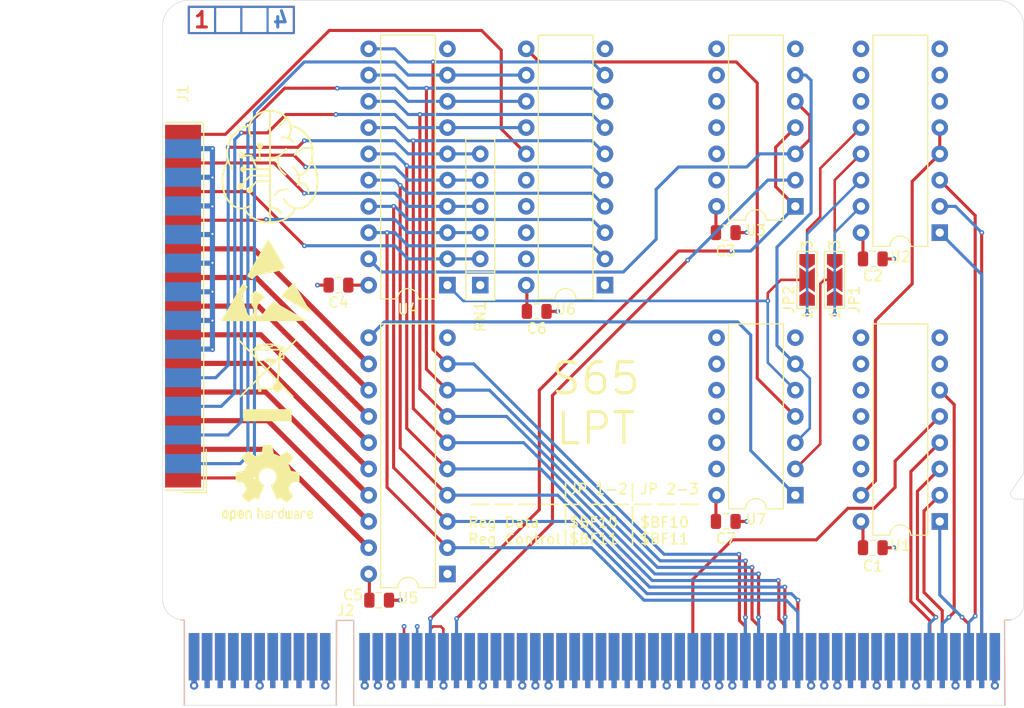
<source format=kicad_pcb>
(kicad_pcb (version 20240108) (generator "pcbnew") (generator_version "8.0")
  (layers (0 "F.Cu" signal) (1 "In1.Cu" power) (2 "In2.Cu" power) (31 "B.Cu" signal) (34 "B.Paste" user) (35 "F.Paste" user) (36 "B.SilkS" user "B.Silkscreen") (37 "F.SilkS" user "F.Silkscreen") (38 "B.Mask" user) (39 "F.Mask" user) (44 "Edge.Cuts" user))
  (net 0 "")
  (net 1 "+5V")
  (net 2 "GND")
  (net 5 "/D1")
  (net 13 "/D7")
  (net 14 "/R{slash}~{W}")
  (net 18 "/D6")
  (net 21 "+9V")
  (net 23 "/A3")
  (net 28 "/D4")
  (net 34 "/A2")
  (net 41 "/A6")
  (net 42 "/D2")
  (net 47 "/D0")
  (net 50 "/A0")
  (net 54 "/CLK")
  (net 55 "/D3")
  (net 58 "/D5")
  (net 59 "/~{IO}")
  (net 64 "/A7")
  (net 66 "/A1")
  (net 69 "/A4")
  (net 71 "/A5")
  (net 75 "/PD4")
  (net 76 "/PEMPTY")
  (net 77 "/PD7")
  (net 78 "/PD2")
  (net 79 "/PD3")
  (net 80 "/PD0")
  (net 81 "/~{SEL_OUT}")
  (net 82 "/BUSY")
  (net 83 "/~{RESET}")
  (net 84 "/~{ACK}")
  (net 85 "/~{FAULT}")
  (net 86 "/PD1")
  (net 87 "/~{STROBE}")
  (net 88 "/PD6")
  (net 89 "/SEL_IN")
  (net 90 "/PD5")
  (net 91 "/~{AUTOFD}")
  (net 92 "/~{RD}")
  (net 93 "/~{WR}")
  (net 95 "Net-(JP1-A)")
  (net 96 "/Port_16")
  (net 100 "Net-(JP1-B)")
  (net 101 "/~{Data}")
  (net 102 "/~{Control}")
  (net 103 "Net-(U5-Cp)")
  (net 104 "Net-(U6-Cp)")
  (net 172 "Net-(JP2-A)")
  (net 173 "Net-(JP2-B)")
  (footprint "Capacitor_SMD:C_0805_2012Metric" (layer "F.Cu") (at 166.624 109.22)
    (property "Reference" "C7")
    (property "Value" "100n")
  )
  (footprint "Capacitor_SMD:C_0805_2012Metric" (layer "F.Cu") (at 166.624 81.28)
    (property "Reference" "C3")
    (property "Value" "100n")
  )
  (footprint "Eigene:logo" (layer "F.Cu") (at 122.555 74.93)
    (property "Reference" "G***" (hide yes))
    (property "Value" "LOGO" (hide yes))
  )
  (footprint "Capacitor_SMD:C_0805_2012Metric" (layer "F.Cu") (at 129.159 86.36 180)
    (property "Reference" "C4")
    (property "Value" "100n")
  )
  (footprint "Package_DIP:DIP-20_W7.62mm" (layer "F.Cu") (at 154.94 86.36 180)
    (property "Reference" "U6")
    (property "Value" "74HCT574")
  )
  (footprint "Package_DIP:DIP-16_W7.62mm" (layer "F.Cu") (at 187.325 81.28 180)
    (property "Reference" "U2")
    (property "Value" "74HC138")
  )
  (footprint "Package_DIP:DIP-14_W7.62mm" (layer "F.Cu") (at 173.355 78.74 180)
    (property "Reference" "U3")
    (property "Value" "74HC00")
  )
  (footprint "Resistor_THT:R_Array_SIP6" (layer "F.Cu") (at 142.875 86.36 90)
    (property "Reference" "RN1")
    (property "Value" "10k")
  )
  (footprint "Capacitor_SMD:C_0805_2012Metric" (layer "F.Cu") (at 180.848 83.82)
    (property "Reference" "C2")
    (property "Value" "100n")
  )
  (footprint "Package_DIP:DIP-14_W7.62mm" (layer "F.Cu") (at 173.355 106.68 180)
    (property "Reference" "U7")
    (property "Value" "74HC02")
  )
  (footprint "Symbol:ESD-Logo_8.9x8mm_SilkScreen" (layer "F.Cu") (at 122.174 85.852)
    (property "Reference" "REF**" (hide yes))
    (property "Value" "ESD-Logo_8.9x8mm_SilkScreen" (hide yes))
  )
  (footprint "Package_DIP:DIP-20_W7.62mm" (layer "F.Cu") (at 139.7 86.36 180)
    (property "Reference" "U4")
    (property "Value" "74AHC541")
  )
  (footprint "Capacitor_SMD:C_0805_2012Metric" (layer "F.Cu") (at 148.336 88.9)
    (property "Reference" "C6")
    (property "Value" "100n")
  )
  (footprint "Capacitor_SMD:C_0805_2012Metric" (layer "F.Cu") (at 180.848 111.76)
    (property "Reference" "C1")
    (property "Value" "100n")
  )
  (footprint "Jumper:SolderJumper-3_P2.0mm_Open_TrianglePad1.0x1.5mm_NumberLabels" (layer "F.Cu") (at 177.165 85.852 90)
    (property "Reference" "JP1")
    (property "Value" "Data")
  )
  (footprint "Symbol:OSHW-Logo2_9.8x8mm_SilkScreen" (layer "F.Cu") (at 122.301 105.537)
    (property "Reference" "REF**" (hide yes))
    (property "Value" "OSHW-Logo2_9.8x8mm_SilkScreen" (hide yes))
  )
  (footprint "Package_DIP:DIP-20_W7.62mm" (layer "F.Cu") (at 139.7 114.3 180)
    (property "Reference" "U5")
    (property "Value" "74HCT574")
  )
  (footprint "Connector_Dsub:DSUB-25_Female_EdgeMount_P2.77mm" (layer "F.Cu") (at 114.1235 88.392 -90)
    (property "Reference" "J1")
    (property "Value" "DB25_Receptacle")
  )
  (footprint "Capacitor_SMD:C_0805_2012Metric" (layer "F.Cu") (at 133.096 116.84)
    (property "Reference" "C5")
    (property "Value" "100n")
  )
  (footprint "Package_DIP:DIP-16_W7.62mm" (layer "F.Cu") (at 187.325 109.22 180)
    (property "Reference" "U1")
    (property "Value" "74HC138")
  )
  (footprint "Eigene:ladder_4" (layer "F.Cu") (at 119.761 60.706)
    (property "Reference" "Ref**" (hide yes))
    (property "Value" "Val**" (hide yes))
  )
  (footprint "Jumper:SolderJumper-3_P2.0mm_Open_TrianglePad1.0x1.5mm_NumberLabels" (layer "F.Cu") (at 174.498 85.852 90)
    (property "Reference" "JP2")
    (property "Value" "Control")
  )
  (footprint "Symbol:WEEE-Logo_5.6x8mm_SilkScreen" (layer "F.Cu") (at 122.301 95.504)
    (property "Reference" "REF**" (hide yes))
    (property "Value" "WEEE-Logo_5.6x8mm_SilkScreen" (hide yes))
  )
  (footprint "Connector_PCBEdge:BUS_PCI" (layer "B.Cu") (at 153.919 123.631 180)
    (property "Reference" "J2")
    (property "Value" "Bus_PCI_6502")
  )
  (gr_line (start 163.957 107.569) (end 141.732 107.569) (stroke (width 0.15) (type dash)) (layer "F.SilkS"))
  (gr_line (start 151.13 105.537) (end 151.13 111.506) (stroke (width 0.15) (type dash)) (layer "F.SilkS"))
  (gr_line (start 157.607 105.537) (end 157.607 111.506) (stroke (width 0.15) (type dash)) (layer "F.SilkS"))
  (gr_line (start 195.453 104.521) (end 195.453 61.341) (stroke (width 0.05)) (layer "Edge.Cuts"))
  (gr_line (start 193.548 127) (end 193.548 118.745) (stroke (width 0.05)) (layer "Edge.Cuts"))
  (gr_arc (start 192.913 58.801) (mid 194.709051 59.544949) (end 195.453 61.341) (stroke (width 0.05)) (layer "Edge.Cuts"))
  (gr_line (start 128.905 127) (end 128.905 118.745) (stroke (width 0.05)) (layer "Edge.Cuts"))
  (gr_arc (start 194.691 107.061) (mid 194.258869 106.820071) (end 194.236631 106.325815) (stroke (width 0.05)) (layer "Edge.Cuts"))
  (gr_line (start 195.453 104.521) (end 194.236631 106.325815) (stroke (width 0.05)) (layer "Edge.Cuts"))
  (gr_line (start 130.683 127) (end 193.548 127) (stroke (width 0.05)) (layer "Edge.Cuts"))
  (gr_line (start 114.173 118.745) (end 114.3 118.745) (stroke (width 0.05)) (layer "Edge.Cuts"))
  (gr_arc (start 112.141 61.341) (mid 112.884949 59.544949) (end 114.681 58.801) (stroke (width 0.05)) (layer "Edge.Cuts"))
  (gr_line (start 195.453 107.061) (end 195.453 117.221) (stroke (width 0.05)) (layer "Edge.Cuts"))
  (gr_line (start 194.691 107.061) (end 195.453 107.061) (stroke (width 0.05)) (layer "Edge.Cuts"))
  (gr_line (start 114.681 58.801) (end 192.913 58.801) (stroke (width 0.05)) (layer "Edge.Cuts"))
  (gr_line (start 114.3 127) (end 128.905 127) (stroke (width 0.05)) (layer "Edge.Cuts"))
  (gr_arc (start 114.173 118.745) (mid 112.736159 118.149841) (end 112.141 116.713) (stroke (width 0.05)) (layer "Edge.Cuts"))
  (gr_arc (start 195.453 117.221) (mid 195.006631 118.298631) (end 193.929 118.745) (stroke (width 0.05)) (layer "Edge.Cuts"))
  (gr_line (start 114.3 118.745) (end 114.3 127) (stroke (width 0.05)) (layer "Edge.Cuts"))
  (gr_line (start 130.683 118.745) (end 130.683 127) (stroke (width 0.05)) (layer "Edge.Cuts"))
  (gr_line (start 128.905 118.745) (end 130.683 118.745) (stroke (width 0.05)) (layer "Edge.Cuts"))
  (gr_line (start 112.141 104.521) (end 112.141 61.341) (stroke (width 0.05)) (layer "Edge.Cuts"))
  (gr_line (start 112.141 116.713) (end 112.141 104.521) (stroke (width 0.05)) (layer "Edge.Cuts"))
  (gr_line (start 193.548 118.745) (end 193.929 118.745) (stroke (width 0.05)) (layer "Edge.Cuts"))
  (gr_text "S65\nLPT" (at 154.051 101.981 0) (layer "F.SilkS") (effects (font (size 3 3) (thickness 0.3)) (justify bottom)))
  (gr_text "JP 2-3\n\n$BF10\n$BF11" (at 158.242 111.506 0) (layer "F.SilkS") (effects (font (size 1 1)) (justify left bottom)))
  (gr_text "JP 1-2\n\n$BF10\n$BF11" (at 151.384 111.506 0) (layer "F.SilkS") (effects (font (size 1 1)) (justify left bottom)))
  (gr_text "Reg Data\nReg Control" (at 141.605 111.506 0) (layer "F.SilkS") (effects (font (size 1 1)) (justify left bottom)))
  (segment (start 179.898 111.76) (end 179.898 109.413) (width 0.3) (layer "F.Cu") (net 1))
  (segment (start 147.386 86.426) (end 147.32 86.36) (width 0.3) (layer "F.Cu") (net 1))
  (segment (start 132.146 116.84) (end 132.146 114.366) (width 0.3) (layer "F.Cu") (net 1))
  (segment (start 165.674 81.28) (end 165.674 78.801) (width 0.3) (layer "F.Cu") (net 1))
  (segment (start 165.674 78.801) (end 165.735 78.74) (width 0.3) (layer "F.Cu") (net 1))
  (segment (start 132.146 114.366) (end 132.08 114.3) (width 0.3) (layer "F.Cu") (net 1))
  (segment (start 130.109 86.36) (end 132.08 86.36) (width 0.3) (layer "F.Cu") (net 1))
  (segment (start 179.898 81.473) (end 179.705 81.28) (width 0.3) (layer "F.Cu") (net 1))
  (segment (start 132.146 86.426) (end 132.08 86.36) (width 0.3) (layer "F.Cu") (net 1))
  (segment (start 179.898 83.82) (end 179.898 81.473) (width 0.3) (layer "F.Cu") (net 1))
  (segment (start 179.898 109.413) (end 179.705 109.22) (width 0.3) (layer "F.Cu") (net 1))
  (segment (start 165.674 106.741) (end 165.735 106.68) (width 0.3) (layer "F.Cu") (net 1))
  (segment (start 165.674 109.22) (end 165.674 106.741) (width 0.3) (layer "F.Cu") (net 1))
  (segment (start 147.386 88.9) (end 147.386 86.426) (width 0.3) (layer "F.Cu") (net 1))
  (via (at 165.989 125.095) (size 0.8) (drill 0.4) (layers "F.Cu" "B.Cu") (net 1))
  (via (at 148.209 125.095) (size 0.8) (drill 0.4) (layers "F.Cu" "B.Cu") (net 1))
  (via (at 176.149 125.095) (size 0.8) (drill 0.4) (layers "F.Cu" "B.Cu") (net 1))
  (via (at 134.239 125.095) (size 0.8) (drill 0.4) (layers "F.Cu" "B.Cu") (net 1))
  (segment (start 135.499 119.39) (end 135.509 119.38) (width 0.25) (layer "F.Cu") (net 2))
  (segment (start 128.209 86.36) (end 127.127 86.36) (width 0.3) (layer "F.Cu") (net 2))
  (segment (start 149.286 88.9) (end 150.368 88.9) (width 0.3) (layer "F.Cu") (net 2))
  (segment (start 139.065 119.38) (end 139.309 119.624) (width 0.25) (layer "F.Cu") (net 2))
  (segment (start 135.499 122.301) (end 135.499 119.39) (width 0.25) (layer "F.Cu") (net 2))
  (segment (start 139.309 119.624) (end 139.309 122.301) (width 0.25) (layer "F.Cu") (net 2))
  (segment (start 167.574 81.28) (end 168.656 81.28) (width 0.3) (layer "F.Cu") (net 2))
  (segment (start 134.046 116.84) (end 135.128 116.84) (width 0.3) (layer "F.Cu") (net 2))
  (segment (start 138.039 122.301) (end 138.039 119.644) (width 0.25) (layer "F.Cu") (net 2))
  (segment (start 167.574 109.22) (end 168.656 109.22) (width 0.3) (layer "F.Cu") (net 2))
  (segment (start 181.798 111.76) (end 182.88 111.76) (width 0.3) (layer "F.Cu") (net 2))
  (segment (start 138.303 119.38) (end 139.065 119.38) (width 0.25) (layer "F.Cu") (net 2))
  (segment (start 138.039 119.644) (end 138.303 119.38) (width 0.25) (layer "F.Cu") (net 2))
  (segment (start 181.798 83.82) (end 182.88 83.82) (width 0.3) (layer "F.Cu") (net 2))
  (via (at 116.967 89.789) (size 0.46) (drill 0.2) (layers "F.Cu" "B.Cu") (net 2))
  (via (at 149.479 125.095) (size 0.8) (drill 0.4) (layers "F.Cu" "B.Cu") (net 2))
  (via (at 192.659 125.095) (size 0.8) (drill 0.4) (layers "F.Cu" "B.Cu") (net 2))
  (via (at 168.656 81.28) (size 0.46) (drill 0.2) (layers "F.Cu" "B.Cu") (net 2))
  (via (at 121.539 125.095) (size 0.8) (drill 0.4) (layers "F.Cu" "B.Cu") (net 2))
  (via (at 136.779 119.38) (size 0.46) (drill 0.2) (layers "F.Cu" "B.Cu") (net 2))
  (via (at 182.88 83.82) (size 0.46) (drill 0.2) (layers "F.Cu" "B.Cu") (net 2))
  (via (at 168.656 109.22) (size 0.46) (drill 0.2) (layers "F.Cu" "B.Cu") (net 2))
  (via (at 143.129 125.095) (size 0.8) (drill 0.4) (layers "F.Cu" "B.Cu") (net 2))
  (via (at 164.719 125.095) (size 0.8) (drill 0.4) (layers "F.Cu" "B.Cu") (net 2))
  (via (at 167.259 125.095) (size 0.8) (drill 0.4) (layers "F.Cu" "B.Cu") (net 2))
  (via (at 150.368 88.9) (size 0.46) (drill 0.2) (layers "F.Cu" "B.Cu") (net 2))
  (via (at 132.969 125.095) (size 0.8) (drill 0.4) (layers "F.Cu" "B.Cu") (net 2))
  (via (at 127.889 125.095) (size 0.8) (drill 0.4) (layers "F.Cu" "B.Cu") (net 2))
  (via (at 116.967 81.407) (size 0.46) (drill 0.2) (layers "F.Cu" "B.Cu") (net 2))
  (via (at 171.069 125.095) (size 0.8) (drill 0.4) (layers "F.Cu" "B.Cu") (net 2))
  (via (at 116.967 78.74) (size 0.46) (drill 0.2) (layers "F.Cu" "B.Cu") (net 2))
  (via (at 177.419 125.095) (size 0.8) (drill 0.4) (layers "F.Cu" "B.Cu") (net 2))
  (via (at 115.189 125.095) (size 0.8) (drill 0.4) (layers "F.Cu" "B.Cu") (net 2))
  (via (at 181.229 125.095) (size 0.8) (drill 0.4) (layers "F.Cu" "B.Cu") (net 2))
  (via (at 116.967 86.995) (size 0.46) (drill 0.2) (layers "F.Cu" "B.Cu") (net 2))
  (via (at 135.128 116.84) (size 0.46) (drill 0.2) (layers "F.Cu" "B.Cu") (net 2))
  (via (at 188.849 125.095) (size 0.8) (drill 0.4) (layers "F.Cu" "B.Cu") (net 2))
  (via (at 185.039 125.095) (size 0.8) (drill 0.4) (layers "F.Cu" "B.Cu") (net 2))
  (via (at 116.967 84.201) (size 0.46) (drill 0.2) (layers "F.Cu" "B.Cu") (net 2))
  (via (at 146.939 125.095) (size 0.8) (drill 0.4) (layers "F.Cu" "B.Cu") (net 2))
  (via (at 182.88 111.76) (size 0.46) (drill 0.2) (layers "F.Cu" "B.Cu") (net 2))
  (via (at 116.967 75.946) (size 0.46) (drill 0.2) (layers "F.Cu" "B.Cu") (net 2))
  (via (at 135.509 119.38) (size 0.46) (drill 0.2) (layers "F.Cu" "B.Cu") (net 2))
  (via (at 139.319 125.095) (size 0.8) (drill 0.4) (layers "F.Cu" "B.Cu") (net 2))
  (via (at 116.967 92.583) (size 0.46) (drill 0.2) (layers "F.Cu" "B.Cu") (net 2))
  (via (at 174.879 125.095) (size 0.8) (drill 0.4) (layers "F.Cu" "B.Cu") (net 2))
  (via (at 127.127 86.36) (size 0.46) (drill 0.2) (layers "F.Cu" "B.Cu") (net 2))
  (via (at 116.967 73.152) (size 0.46) (drill 0.2) (layers "F.Cu" "B.Cu") (net 2))
  (via (at 160.909 125.095) (size 0.8) (drill 0.4) (layers "F.Cu" "B.Cu") (net 2))
  (segment (start 116.931 84.237) (end 116.967 84.201) (width 0.5) (layer "B.Cu") (net 2))
  (segment (start 116.967 89.916) (end 116.967 92.583) (width 0.5) (layer "B.Cu") (net 2))
  (segment (start 116.967 81.407) (end 116.967 81.534) (width 0.5) (layer "B.Cu") (net 2))
  (segment (start 116.967 73.152) (end 116.967 75.819) (width 0.5) (layer "B.Cu") (net 2))
  (segment (start 116.967 92.583) (end 116.931 92.547) (width 0.5) (layer "B.Cu") (net 2))
  (segment (start 116.967 86.995) (end 116.967 87.122) (width 0.5) (layer "B.Cu") (net 2))
  (segment (start 116.9 81.467) (end 116.967 81.534) (width 0.5) (layer "B.Cu") (net 2))
  (segment (start 116.967 75.946) (end 116.967 78.74) (width 0.5) (layer "B.Cu") (net 2))
  (segment (start 116.924 78.697) (end 116.967 78.74) (width 0.5) (layer "B.Cu") (net 2))
  (segment (start 116.962 73.157) (end 116.967 73.152) (width 0.5) (layer "B.Cu") (net 2))
  (segment (start 136.769 122.301) (end 136.769 119.39) (width 0.25) (layer "B.Cu") (net 2))
  (segment (start 136.769 119.39) (end 136.779 119.38) (width 0.25) (layer "B.Cu") (net 2))
  (segment (start 116.967 81.534) (end 116.967 84.201) (width 0.5) (layer "B.Cu") (net 2))
  (segment (start 116.859 75.927) (end 116.967 75.819) (width 0.5) (layer "B.Cu") (net 2))
  (segment (start 116.967 75.819) (end 116.967 75.946) (width 0.5) (layer "B.Cu") (net 2))
  (segment (start 116.967 87.122) (end 116.967 89.789) (width 0.5) (layer "B.Cu") (net 2))
  (segment (start 114.1235 75.927) (end 116.859 75.927) (width 0.5) (layer "B.Cu") (net 2))
  (segment (start 116.967 84.201) (end 116.967 86.995) (width 0.5) (layer "B.Cu") (net 2))
  (segment (start 116.967 89.789) (end 116.967 89.916) (width 0.5) (layer "B.Cu") (net 2))
  (segment (start 116.852 87.007) (end 116.967 87.122) (width 0.5) (layer "B.Cu") (net 2))
  (segment (start 116.828 89.777) (end 116.967 89.916) (width 0.5) (layer "B.Cu") (net 2))
  (segment (start 116.931 92.547) (end 114.1235 92.547) (width 0.5) (layer "B.Cu") (net 2))
  (segment (start 114.1235 78.697) (end 116.924 78.697) (width 0.5) (layer "B.Cu") (net 2))
  (segment (start 114.1235 87.007) (end 116.852 87.007) (width 0.5) (layer "B.Cu") (net 2))
  (segment (start 114.1235 84.237) (end 116.931 84.237) (width 0.5) (layer "B.Cu") (net 2))
  (segment (start 114.1235 81.467) (end 116.9 81.467) (width 0.5) (layer "B.Cu") (net 2))
  (segment (start 114.1235 73.157) (end 116.962 73.157) (width 0.5) (layer "B.Cu") (net 2))
  (segment (start 116.967 78.74) (end 116.967 81.407) (width 0.5) (layer "B.Cu") (net 2))
  (segment (start 114.1235 89.777) (end 116.828 89.777) (width 0.5) (layer "B.Cu") (net 2))
  (segment (start 139.7 109.22) (end 134.493 104.013) (width 0.3) (layer "F.Cu") (net 5))
  (segment (start 173.599 116.85) (end 173.599 122.301) (width 0.3) (layer "F.Cu") (net 5))
  (segment (start 173.609 116.84) (end 173.599 116.85) (width 0.3) (layer "F.Cu") (net 5))
  (segment (start 134.493 104.013) (end 134.493 78.74) (width 0.3) (layer "F.Cu") (net 5))
  (via (at 134.493 78.74) (size 0.46) (drill 0.2) (layers "F.Cu" "B.Cu") (net 5))
  (via (at 173.609 116.84) (size 0.46) (drill 0.2) (layers "F.Cu" "B.Cu") (net 5))
  (segment (start 172.974 116.205) (end 173.609 116.84) (width 0.3) (layer "B.Cu") (net 5))
  (segment (start 134.62 78.74) (end 135.89 80.01) (width 0.3) (layer "B.Cu") (net 5))
  (segment (start 152.019 109.22) (end 159.004 116.205) (width 0.3) (layer "B.Cu") (net 5))
  (segment (start 139.7 109.22) (end 152.019 109.22) (width 0.3) (layer "B.Cu") (net 5))
  (segment (start 153.67 80.01) (end 154.94 81.28) (width 0.3) (layer "B.Cu") (net 5))
  (segment (start 159.004 116.205) (end 172.974 116.205) (width 0.3) (layer "B.Cu") (net 5))
  (segment (start 135.89 80.01) (end 153.67 80.01) (width 0.3) (layer "B.Cu") (net 5))
  (segment (start 132.08 78.74) (end 134.493 78.74) (width 0.3) (layer "B.Cu") (net 5))
  (segment (start 134.493 78.74) (end 134.62 78.74) (width 0.3) (layer "B.Cu") (net 5))
  (segment (start 138.303 92.583) (end 138.303 64.77) (width 0.3) (layer "F.Cu") (net 13))
  (segment (start 139.7 93.98) (end 138.303 92.583) (width 0.3) (layer "F.Cu") (net 13))
  (segment (start 168.519 119.37) (end 168.519 122.301) (width 0.3) (layer "F.Cu") (net 13))
  (segment (start 167.949 112.45) (end 167.949 118.8) (width 0.3) (layer "F.Cu") (net 13))
  (segment (start 167.949 118.8) (end 168.519 119.37) (width 0.3) (layer "F.Cu") (net 13))
  (segment (start 167.894 112.395) (end 167.949 112.45) (width 0.3) (layer "F.Cu") (net 13))
  (via (at 167.894 112.395) (size 0.46) (drill 0.2) (layers "F.Cu" "B.Cu") (net 13))
  (via (at 138.303 64.77) (size 0.46) (drill 0.2) (layers "F.Cu" "B.Cu") (net 13))
  (segment (start 160.655 112.395) (end 142.24 93.98) (width 0.3) (layer "B.Cu") (net 13))
  (segment (start 135.89 64.77) (end 138.303 64.77) (width 0.3) (layer "B.Cu") (net 13))
  (segment (start 167.894 112.395) (end 160.655 112.395) (width 0.3) (layer "B.Cu") (net 13))
  (segment (start 134.62 63.5) (end 135.89 64.77) (width 0.3) (layer "B.Cu") (net 13))
  (segment (start 132.08 63.5) (end 134.62 63.5) (width 0.3) (layer "B.Cu") (net 13))
  (segment (start 138.303 64.77) (end 153.67 64.77) (width 0.3) (layer "B.Cu") (net 13))
  (segment (start 153.67 64.77) (end 154.94 66.04) (width 0.3) (layer "B.Cu") (net 13))
  (segment (start 142.24 93.98) (end 139.7 93.98) (width 0.3) (layer "B.Cu") (net 13))
  (segment (start 149.86 109.347) (end 149.86 97.028) (width 0.3) (layer "F.Cu") (net 14))
  (segment (start 140.589 118.618) (end 149.86 109.347) (width 0.3) (layer "F.Cu") (net 14))
  (segment (start 149.86 97.028) (end 162.941 83.947) (width 0.3) (layer "F.Cu") (net 14))
  (via (at 162.941 83.947) (size 0.46) (drill 0.2) (layers "F.Cu" "B.Cu") (net 14))
  (via (at 140.589 118.618) (size 0.46) (drill 0.2) (layers "F.Cu" "B.Cu") (net 14))
  (segment (start 170.688 76.2) (end 173.355 76.2) (width 0.3) (layer "B.Cu") (net 14))
  (segment (start 140.579 118.628) (end 140.589 118.618) (width 0.3) (layer "B.Cu") (net 14))
  (segment (start 162.941 83.947) (end 170.688 76.2) (width 0.3) (layer "B.Cu") (net 14))
  (segment (start 140.579 122.301) (end 140.579 118.628) (width 0.3) (layer "B.Cu") (net 14))
  (segment (start 139.7 96.52) (end 137.668 94.488) (width 0.3) (layer "F.Cu") (net 18))
  (segment (start 168.529 113.03) (end 168.529 118.491) (width 0.3) (layer "F.Cu") (net 18))
  (segment (start 137.668 94.488) (end 137.668 67.31) (width 0.3) (layer "F.Cu") (net 18))
  (via (at 137.668 67.31) (size 0.46) (drill 0.2) (layers "F.Cu" "B.Cu") (net 18))
  (via (at 168.529 113.03) (size 0.46) (drill 0.2) (layers "F.Cu" "B.Cu") (net 18))
  (via (at 168.529 118.491) (size 0.46) (drill 0.2) (layers "F.Cu" "B.Cu") (net 18))
  (segment (start 168.529 118.491) (end 168.519 118.501) (width 0.3) (layer "B.Cu") (net 18))
  (segment (start 132.08 66.04) (end 134.62 66.04) (width 0.3) (layer "B.Cu") (net 18))
  (segment (start 134.62 66.04) (end 135.89 67.31) (width 0.3) (layer "B.Cu") (net 18))
  (segment (start 153.67 67.31) (end 154.94 68.58) (width 0.3) (layer "B.Cu") (net 18))
  (segment (start 168.519 118.501) (end 168.519 122.301) (width 0.3) (layer "B.Cu") (net 18))
  (segment (start 143.764 96.52) (end 149.098 101.854) (width 0.3) (layer "B.Cu") (net 18))
  (segment (start 139.7 96.52) (end 143.764 96.52) (width 0.3) (layer "B.Cu") (net 18))
  (segment (start 160.274 113.03) (end 168.529 113.03) (width 0.3) (layer "B.Cu") (net 18))
  (segment (start 149.098 101.854) (end 160.274 113.03) (width 0.3) (layer "B.Cu") (net 18))
  (segment (start 137.668 67.31) (end 153.67 67.31) (width 0.3) (layer "B.Cu") (net 18))
  (segment (start 135.89 67.31) (end 137.668 67.31) (width 0.3) (layer "B.Cu") (net 18))
  (via (at 131.699 125.095) (size 0.8) (drill 0.4) (layers "F.Cu" "B.Cu") (net 21))
  (segment (start 190.119 119.126) (end 189.484 118.491) (width 0.3) (layer "F.Cu") (net 23))
  (segment (start 190.119 122.301) (end 190.119 119.126) (width 0.3) (layer "F.Cu") (net 23))
  (via (at 189.484 118.491) (size 0.46) (drill 0.2) (layers "F.Cu" "B.Cu") (net 23))
  (segment (start 189.484 118.491) (end 187.325 116.332) (width 0.3) (layer "B.Cu") (net 23))
  (segment (start 187.325 116.332) (end 187.325 109.22) (width 0.3) (layer "B.Cu") (net 23))
  (segment (start 139.7 101.6) (end 136.398 98.298) (width 0.3) (layer "F.Cu") (net 28))
  (segment (start 136.398 98.298) (end 136.398 72.39) (width 0.3) (layer "F.Cu") (net 28))
  (segment (start 169.799 114.3) (end 169.799 118.491) (width 0.3) (layer "F.Cu") (net 28))
  (via (at 169.799 118.491) (size 0.46) (drill 0.2) (layers "F.Cu" "B.Cu") (net 28))
  (via (at 169.799 114.3) (size 0.46) (drill 0.2) (layers "F.Cu" "B.Cu") (net 28))
  (via (at 136.398 72.39) (size 0.46) (drill 0.2) (layers "F.Cu" "B.Cu") (net 28))
  (segment (start 132.08 71.12) (end 134.62 71.12) (width 0.3) (layer "B.Cu") (net 28))
  (segment (start 159.766 114.3) (end 169.799 114.3) (width 0.3) (layer "B.Cu") (net 28))
  (segment (start 147.066 101.6) (end 151.892 106.426) (width 0.3) (layer "B.Cu") (net 28))
  (segment (start 136.398 72.39) (end 153.67 72.39) (width 0.3) (layer "B.Cu") (net 28))
  (segment (start 135.89 72.39) (end 136.398 72.39) (width 0.3) (layer "B.Cu") (net 28))
  (segment (start 139.7 101.6) (end 147.066 101.6) (width 0.3) (layer "B.Cu") (net 28))
  (segment (start 151.892 106.426) (end 159.766 114.3) (width 0.3) (layer "B.Cu") (net 28))
  (segment (start 169.799 118.491) (end 169.799 122.301) (width 0.3) (layer "B.Cu") (net 28))
  (segment (start 134.62 71.12) (end 135.89 72.39) (width 0.3) (layer "B.Cu") (net 28))
  (segment (start 153.67 72.39) (end 154.94 73.66) (width 0.3) (layer "B.Cu") (net 28))
  (segment (start 190.754 118.364) (end 190.754 79.629) (width 0.3) (layer "F.Cu") (net 34))
  (segment (start 190.754 79.629) (end 187.325 76.2) (width 0.3) (layer "F.Cu") (net 34))
  (via (at 190.754 118.364) (size 0.46) (drill 0.2) (layers "F.Cu" "B.Cu") (net 34))
  (segment (start 190.119 122.301) (end 190.119 118.999) (width 0.3) (layer "B.Cu") (net 34))
  (segment (start 190.119 118.999) (end 190.754 118.364) (width 0.3) (layer "B.Cu") (net 34))
  (segment (start 186.944 118.491) (end 185.166 116.713) (width 0.3) (layer "F.Cu") (net 41))
  (segment (start 185.166 116.713) (end 185.166 106.299) (width 0.3) (layer "F.Cu") (net 41))
  (segment (start 185.166 106.299) (end 187.325 104.14) (width 0.3) (layer "F.Cu") (net 41))
  (via (at 186.944 118.491) (size 0.46) (drill 0.2) (layers "F.Cu" "B.Cu") (net 41))
  (segment (start 186.299 119.136) (end 186.944 118.491) (width 0.3) (layer "B.Cu") (net 41))
  (segment (start 186.299 122.301) (end 186.299 119.136) (width 0.3) (layer "B.Cu") (net 41))
  (segment (start 172.368122 118.461878) (end 172.339 118.432756) (width 0.3) (layer "F.Cu") (net 42))
  (segment (start 139.7 106.68) (end 135.128 102.108) (width 0.3) (layer "F.Cu") (net 42))
  (segment (start 135.128 102.108) (end 135.128 76.708) (width 0.3) (layer "F.Cu") (net 42))
  (segment (start 172.339 118.432756) (end 172.339 115.57) (width 0.3) (layer "F.Cu") (net 42))
  (via (at 172.339 115.57) (size 0.46) (drill 0.2) (layers "F.Cu" "B.Cu") (net 42))
  (via (at 135.128 76.708) (size 0.46) (drill 0.2) (layers "F.Cu" "B.Cu") (net 42))
  (via (at 172.368122 118.461878) (size 0.46) (drill 0.2) (layers "F.Cu" "B.Cu") (net 42))
  (segment (start 172.329 118.501) (end 172.329 122.301) (width 0.3) (layer "B.Cu") (net 42))
  (segment (start 135.89 77.47) (end 153.67 77.47) (width 0.3) (layer "B.Cu") (net 42))
  (segment (start 135.128 76.708) (end 135.89 77.47) (width 0.3) (layer "B.Cu") (net 42))
  (segment (start 132.08 76.2) (end 134.62 76.2) (width 0.3) (layer "B.Cu") (net 42))
  (segment (start 134.62 76.2) (end 135.128 76.708) (width 0.3) (layer "B.Cu") (net 42))
  (segment (start 159.258 115.57) (end 172.339 115.57) (width 0.3) (layer "B.Cu") (net 42))
  (segment (start 153.67 77.47) (end 154.94 78.74) (width 0.3) (layer "B.Cu") (net 42))
  (segment (start 150.368 106.68) (end 159.258 115.57) (width 0.3) (layer "B.Cu") (net 42))
  (segment (start 172.368122 118.461878) (end 172.329 118.501) (width 0.3) (layer "B.Cu") (net 42))
  (segment (start 139.7 106.68) (end 150.368 106.68) (width 0.3) (layer "B.Cu") (net 42))
  (segment (start 139.7 111.76) (end 133.858 105.918) (width 0.3) (layer "F.Cu") (net 47))
  (segment (start 133.858 105.918) (end 133.858 81.28) (width 0.3) (layer "F.Cu") (net 47))
  (via (at 133.858 81.28) (size 0.46) (drill 0.2) (layers "F.Cu" "B.Cu") (net 47))
  (segment (start 153.67 82.55) (end 154.94 83.82) (width 0.3) (layer "B.Cu") (net 47))
  (segment (start 158.71825 116.84) (end 172.466 116.84) (width 0.3) (layer "B.Cu") (net 47))
  (segment (start 172.466 116.84) (end 173.599 117.973) (width 0.3) (layer "B.Cu") (net 47))
  (segment (start 134.62 81.28) (end 135.89 82.55) (width 0.3) (layer "B.Cu") (net 47))
  (segment (start 153.63825 111.76) (end 158.71825 116.84) (width 0.3) (layer "B.Cu") (net 47))
  (segment (start 173.599 117.973) (end 173.599 122.301) (width 0.3) (layer "B.Cu") (net 47))
  (segment (start 135.89 82.55) (end 153.67 82.55) (width 0.3) (layer "B.Cu") (net 47))
  (segment (start 132.08 81.28) (end 133.858 81.28) (width 0.3) (layer "B.Cu") (net 47))
  (segment (start 139.7 111.76) (end 153.63825 111.76) (width 0.3) (layer "B.Cu") (net 47))
  (segment (start 133.858 81.28) (end 134.62 81.28) (width 0.3) (layer "B.Cu") (net 47))
  (segment (start 191.379 85.334) (end 187.325 81.28) (width 0.3) (layer "B.Cu") (net 50))
  (segment (start 191.379 122.301) (end 191.379 85.334) (width 0.3) (layer "B.Cu") (net 50))
  (segment (start 162.052 83.058) (end 167.132 83.058) (width 0.3) (layer "F.Cu") (net 54))
  (segment (start 138.049 118.618) (end 148.59 108.077) (width 0.3) (layer "F.Cu") (net 54))
  (segment (start 148.59 96.52) (end 162.052 83.058) (width 0.3) (layer "F.Cu") (net 54))
  (segment (start 171.45 73.025) (end 173.355 71.12) (width 0.3) (layer "F.Cu") (net 54))
  (segment (start 171.45 76.835) (end 171.45 73.025) (width 0.3) (layer "F.Cu") (net 54))
  (segment (start 148.59 108.077) (end 148.59 96.52) (width 0.3) (layer "F.Cu") (net 54))
  (segment (start 173.355 78.74) (end 171.45 76.835) (width 0.3) (layer "F.Cu") (net 54))
  (via (at 138.049 118.618) (size 0.46) (drill 0.2) (layers "F.Cu" "B.Cu") (net 54))
  (via (at 167.132 83.058) (size 0.46) (drill 0.2) (layers "F.Cu" "B.Cu") (net 54))
  (segment (start 167.132 83.058) (end 169.037 83.058) (width 0.3) (layer "B.Cu") (net 54))
  (segment (start 138.039 120.152) (end 138.049 120.142) (width 0.3) (layer "B.Cu") (net 54))
  (segment (start 138.049 120.142) (end 138.049 118.618) (width 0.3) (layer "B.Cu") (net 54))
  (segment (start 138.039 122.301) (end 138.039 120.152) (width 0.3) (layer "B.Cu") (net 54))
  (segment (start 169.037 83.058) (end 173.355 78.74) (width 0.3) (layer "B.Cu") (net 54))
  (segment (start 171.704 114.935) (end 171.759 114.99) (width 0.3) (layer "F.Cu") (net 55))
  (segment (start 171.759 118.673) (end 172.329 119.243) (width 0.3) (layer "F.Cu") (net 55))
  (segment (start 139.7 104.14) (end 135.763 100.203) (width 0.3) (layer "F.Cu") (net 55))
  (segment (start 135.763 100.203) (end 135.763 74.803) (width 0.3) (layer "F.Cu") (net 55))
  (segment (start 171.759 114.99) (end 171.759 118.673) (width 0.3) (layer "F.Cu") (net 55))
  (segment (start 172.329 119.243) (end 172.329 122.301) (width 0.3) (layer "F.Cu") (net 55))
  (via (at 171.704 114.935) (size 0.46) (drill 0.2) (layers "F.Cu" "B.Cu") (net 55))
  (via (at 135.763 74.803) (size 0.46) (drill 0.2) (layers "F.Cu" "B.Cu") (net 55))
  (segment (start 159.512 114.935) (end 148.717 104.14) (width 0.3) (layer "B.Cu") (net 55))
  (segment (start 153.67 74.93) (end 154.94 76.2) (width 0.3) (layer "B.Cu") (net 55))
  (segment (start 135.89 74.93) (end 153.67 74.93) (width 0.3) (layer "B.Cu") (net 55))
  (segment (start 135.763 74.803) (end 135.89 74.93) (width 0.3) (layer "B.Cu") (net 55))
  (segment (start 134.62 73.66) (end 135.763 74.803) (width 0.3) (layer "B.Cu") (net 55))
  (segment (start 132.08 73.66) (end 134.62 73.66) (width 0.3) (layer "B.Cu") (net 55))
  (segment (start 148.717 104.14) (end 139.7 104.14) (width 0.3) (layer "B.Cu") (net 55))
  (segment (start 171.704 114.935) (end 159.512 114.935) (width 0.3) (layer "B.Cu") (net 55))
  (segment (start 169.799 119.311244) (end 169.799 122.301) (width 0.3) (layer "F.Cu") (net 58))
  (segment (start 169.164 118.676244) (end 169.799 119.311244) (width 0.3) (layer "F.Cu") (net 58))
  (segment (start 139.7 99.06) (end 137.033 96.393) (width 0.3) (layer "F.Cu") (net 58))
  (segment (start 169.164 113.665) (end 169.164 118.676244) (width 0.3) (layer "F.Cu") (net 58))
  (segment (start 137.033 96.393) (end 137.033 69.85) (width 0.3) (layer "F.Cu") (net 58))
  (via (at 137.033 69.85) (size 0.46) (drill 0.2) (layers "F.Cu" "B.Cu") (net 58))
  (via (at 169.164 113.665) (size 0.46) (drill 0.2) (layers "F.Cu" "B.Cu") (net 58))
  (segment (start 135.89 69.85) (end 137.033 69.85) (width 0.3) (layer "B.Cu") (net 58))
  (segment (start 137.033 69.85) (end 153.67 69.85) (width 0.3) (layer "B.Cu") (net 58))
  (segment (start 151.003 104.648) (end 160.02 113.665) (width 0.3) (layer "B.Cu") (net 58))
  (segment (start 132.08 68.58) (end 134.62 68.58) (width 0.3) (layer "B.Cu") (net 58))
  (segment (start 153.67 69.85) (end 154.94 71.12) (width 0.3) (layer "B.Cu") (net 58))
  (segment (start 160.02 113.665) (end 169.164 113.665) (width 0.3) (layer "B.Cu") (net 58))
  (segment (start 134.62 68.58) (end 135.89 69.85) (width 0.3) (layer "B.Cu") (net 58))
  (segment (start 145.415 99.06) (end 151.003 104.648) (width 0.3) (layer "B.Cu") (net 58))
  (segment (start 139.7 99.06) (end 145.415 99.06) (width 0.3) (layer "B.Cu") (net 58))
  (segment (start 163.439 122.301) (end 163.439 114.818) (width 0.3) (layer "F.Cu") (net 59))
  (segment (start 163.439 114.818) (end 167.259 110.998) (width 0.3) (layer "F.Cu") (net 59))
  (segment (start 167.259 110.998) (end 175.387 110.998) (width 0.3) (layer "F.Cu") (net 59))
  (segment (start 175.387 110.998) (end 178.435 107.95) (width 0.3) (layer "F.Cu") (net 59))
  (segment (start 178.435 107.95) (end 180.975 107.95) (width 0.3) (layer "F.Cu") (net 59))
  (segment (start 180.975 107.95) (end 183.007 105.918) (width 0.3) (layer "F.Cu") (net 59))
  (segment (start 183.007 105.918) (end 183.007 103.378) (width 0.3) (layer "F.Cu") (net 59))
  (segment (start 183.007 103.378) (end 187.325 99.06) (width 0.3) (layer "F.Cu") (net 59))
  (segment (start 186.299 122.301) (end 186.364 122.236) (width 0.3) (layer "F.Cu") (net 64))
  (segment (start 186.364 122.236) (end 186.364 118.8) (width 0.3) (layer "F.Cu") (net 64))
  (segment (start 184.531 116.967) (end 184.531 104.394) (width 0.3) (layer "F.Cu") (net 64))
  (segment (start 184.531 104.394) (end 187.325 101.6) (width 0.3) (layer "F.Cu") (net 64))
  (segment (start 186.364 118.8) (end 184.531 116.967) (width 0.3) (layer "F.Cu") (net 64))
  (segment (start 191.379 81.29) (end 191.389 81.28) (width 0.3) (layer "F.Cu") (net 66))
  (segment (start 191.379 122.301) (end 191.379 81.29) (width 0.3) (layer "F.Cu") (net 66))
  (via (at 191.389 81.28) (size 0.46) (drill 0.2) (layers "F.Cu" "B.Cu") (net 66))
  (segment (start 191.389 81.28) (end 188.849 78.74) (width 0.3) (layer "B.Cu") (net 66))
  (segment (start 188.849 78.74) (end 187.325 78.74) (width 0.3) (layer "B.Cu") (net 66))
  (segment (start 188.722 117.983) (end 188.722 97.917) (width 0.3) (layer "F.Cu") (net 69))
  (segment (start 188.722 97.917) (end 187.325 96.52) (width 0.3) (layer "F.Cu") (net 69))
  (segment (start 188.214 118.491) (end 188.722 117.983) (width 0.3) (layer "F.Cu") (net 69))
  (via (at 188.214 118.491) (size 0.46) (drill 0.2) (layers "F.Cu" "B.Cu") (net 69))
  (segment (start 187.569 122.301) (end 187.569 119.136) (width 0.3) (layer "B.Cu") (net 69))
  (segment (start 187.569 119.136) (end 188.214 118.491) (width 0.3) (layer "B.Cu") (net 69))
  (segment (start 187.569 117.846) (end 185.801 116.078) (width 0.3) (layer "F.Cu") (net 71))
  (segment (start 187.569 122.301) (end 187.569 117.846) (width 0.3) (layer "F.Cu") (net 71))
  (segment (start 185.801 108.204) (end 187.325 106.68) (width 0.3) (layer "F.Cu") (net 71))
  (segment (start 185.801 116.078) (end 185.801 108.204) (width 0.3) (layer "F.Cu") (net 71))
  (segment (start 114.1235 91.162) (end 121.642 91.162) (width 0.5) (layer "F.Cu") (net 75))
  (segment (start 121.642 91.162) (end 132.08 101.6) (width 0.5) (layer "F.Cu") (net 75))
  (segment (start 114.1235 74.542) (end 122.929 74.542) (width 0.3) (layer "F.Cu") (net 76))
  (segment (start 122.929 74.542) (end 125.857 77.47) (width 0.3) (layer "F.Cu") (net 76))
  (via (at 125.857 77.47) (size 0.46) (drill 0.2) (layers "F.Cu" "B.Cu") (net 76))
  (segment (start 139.7 78.74) (end 135.89 78.74) (width 0.3) (layer "B.Cu") (net 76))
  (segment (start 135.89 78.74) (end 134.62 77.47) (width 0.3) (layer "B.Cu") (net 76))
  (segment (start 134.62 77.47) (end 125.857 77.47) (width 0.3) (layer "B.Cu") (net 76))
  (segment (start 139.7 78.74) (end 142.875 78.74) (width 0.3) (layer "B.Cu") (net 76))
  (segment (start 114.1235 82.852) (end 120.952 82.852) (width 0.5) (layer "F.Cu") (net 77))
  (segment (start 120.952 82.852) (end 132.08 93.98) (width 0.5) (layer "F.Cu") (net 77))
  (segment (start 114.1235 96.702) (end 122.102 96.702) (width 0.5) (layer "F.Cu") (net 78))
  (segment (start 122.102 96.702) (end 132.08 106.68) (width 0.5) (layer "F.Cu") (net 78))
  (segment (start 121.872 93.932) (end 132.08 104.14) (width 0.5) (layer "F.Cu") (net 79))
  (segment (start 114.1235 93.932) (end 121.872 93.932) (width 0.5) (layer "F.Cu") (net 79))
  (segment (start 114.1235 102.242) (end 122.562 102.242) (width 0.5) (layer "F.Cu") (net 80))
  (segment (start 122.562 102.242) (end 132.08 111.76) (width 0.5) (layer "F.Cu") (net 80))
  (segment (start 128.27 61.722) (end 118.22 71.772) (width 0.3) (layer "F.Cu") (net 81))
  (segment (start 144.907 63.627) (end 143.002 61.722) (width 0.3) (layer "F.Cu") (net 81))
  (segment (start 144.907 71.247) (end 144.907 63.627) (width 0.3) (layer "F.Cu") (net 81))
  (segment (start 143.002 61.722) (end 128.27 61.722) (width 0.3) (layer "F.Cu") (net 81))
  (segment (start 147.32 73.66) (end 144.907 71.247) (width 0.3) (layer "F.Cu") (net 81))
  (segment (start 118.22 71.772) (end 114.1235 71.772) (width 0.3) (layer "F.Cu") (net 81))
  (segment (start 120.619 77.312) (end 125.857 82.55) (width 0.3) (layer "F.Cu") (net 82))
  (segment (start 114.1235 77.312) (end 120.619 77.312) (width 0.3) (layer "F.Cu") (net 82))
  (via (at 125.857 82.55) (size 0.46) (drill 0.2) (layers "F.Cu" "B.Cu") (net 82))
  (segment (start 135.89 83.82) (end 134.62 82.55) (width 0.3) (layer "B.Cu") (net 82))
  (segment (start 139.7 83.82) (end 135.89 83.82) (width 0.3) (layer "B.Cu") (net 82))
  (segment (start 134.62 82.55) (end 125.857 82.55) (width 0.3) (layer "B.Cu") (net 82))
  (segment (start 142.875 83.82) (end 139.7 83.82) (width 0.3) (layer "B.Cu") (net 82))
  (segment (start 119.761 71.628) (end 122.301 71.628) (width 0.3) (layer "F.Cu") (net 83))
  (segment (start 124.079 69.85) (end 128.905 69.85) (width 0.3) (layer "F.Cu") (net 83))
  (segment (start 122.301 71.628) (end 124.079 69.85) (width 0.3) (layer "F.Cu") (net 83))
  (via (at 128.905 69.85) (size 0.46) (drill 0.2) (layers "F.Cu" "B.Cu") (net 83))
  (via (at 119.761 71.628) (size 0.46) (drill 0.2) (layers "F.Cu" "B.Cu") (net 83))
  (segment (start 119.126 72.263) (end 119.761 71.628) (width 0.3) (layer "B.Cu") (net 83))
  (segment (start 139.7 71.12) (end 135.89 71.12) (width 0.3) (layer "B.Cu") (net 83))
  (segment (start 117.813 98.087) (end 119.126 96.774) (width 0.3) (layer "B.Cu") (net 83))
  (segment (start 119.126 96.774) (end 119.126 72.263) (width 0.3) (layer "B.Cu") (net 83))
  (segment (start 139.7 71.12) (end 147.32 71.12) (width 0.3) (layer "B.Cu") (net 83))
  (segment (start 135.89 71.12) (end 134.62 69.85) (width 0.3) (layer "B.Cu") (net 83))
  (segment (start 134.62 69.85) (end 128.905 69.85) (width 0.3) (layer "B.Cu") (net 83))
  (segment (start 114.1235 98.087) (end 117.813 98.087) (width 0.3) (layer "B.Cu") (net 83))
  (segment (start 114.1235 80.082) (end 122.102 80.082) (width 0.3) (layer "F.Cu") (net 84))
  (segment (start 122.102 80.082) (end 122.174 80.01) (width 0.3) (layer "F.Cu") (net 84))
  (via (at 122.174 80.01) (size 0.46) (drill 0.2) (layers "F.Cu" "B.Cu") (net 84))
  (segment (start 122.174 80.01) (end 134.62 80.01) (width 0.3) (layer "B.Cu") (net 84))
  (segment (start 139.7 81.28) (end 142.875 81.28) (width 0.3) (layer "B.Cu") (net 84))
  (segment (start 135.89 81.28) (end 139.7 81.28) (width 0.3) (layer "B.Cu") (net 84))
  (segment (start 134.62 80.01) (end 135.89 81.28) (width 0.3) (layer "B.Cu") (net 84))
  (segment (start 119.761 73.787) (end 124.841 73.787) (width 0.3) (layer "F.Cu") (net 85))
  (segment (start 124.841 73.787) (end 125.984 74.93) (width 0.3) (layer "F.Cu") (net 85))
  (via (at 125.984 74.93) (size 0.46) (drill 0.2) (layers "F.Cu" "B.Cu") (net 85))
  (via (at 119.761 73.787) (size 0.46) (drill 0.2) (layers "F.Cu" "B.Cu") (net 85))
  (segment (start 134.62 74.93) (end 125.984 74.93) (width 0.3) (layer "B.Cu") (net 85))
  (segment (start 135.89 76.2) (end 134.62 74.93) (width 0.3) (layer "B.Cu") (net 85))
  (segment (start 118.472 100.857) (end 119.761 99.568) (width 0.3) (layer "B.Cu") (net 85))
  (segment (start 119.761 99.568) (end 119.761 73.787) (width 0.3) (layer "B.Cu") (net 85))
  (segment (start 139.7 76.2) (end 142.875 76.2) (width 0.3) (layer "B.Cu") (net 85))
  (segment (start 139.7 76.2) (end 135.89 76.2) (width 0.3) (layer "B.Cu") (net 85))
  (segment (start 114.1235 100.857) (end 118.472 100.857) (width 0.3) (layer "B.Cu") (net 85))
  (segment (start 114.1235 99.472) (end 122.332 99.472) (width 0.5) (layer "F.Cu") (net 86))
  (segment (start 122.332 99.472) (end 132.08 109.22) (width 0.5) (layer "F.Cu") (net 86))
  (segment (start 120.379 105.012) (end 114.1235 105.012) (width 0.3) (layer "F.Cu") (net 87))
  (segment (start 121.031 105.029) (end 120.396 105.029) (width 0.3) (layer "F.Cu") (net 87))
  (segment (start 120.396 105.029) (end 120.379 105.012) (width 0.3) (layer "F.Cu") (net 87))
  (via (at 121.031 105.029) (size 0.46) (drill 0.2) (layers "F.Cu" "B.Cu") (net 87))
  (segment (start 135.89 66.04) (end 139.7 66.04) (width 0.3) (layer "B.Cu") (net 87))
  (segment (start 121.031 69.596) (end 125.857 64.77) (width 0.3) (layer "B.Cu") (net 87))
  (segment (start 121.031 105.029) (end 121.031 69.596) (width 0.3) (layer "B.Cu") (net 87))
  (segment (start 139.7 66.04) (end 147.32 66.04) (width 0.3) (layer "B.Cu") (net 87))
  (segment (start 134.62 64.77) (end 135.89 66.04) (width 0.3) (layer "B.Cu") (net 87))
  (segment (start 125.857 64.77) (end 134.62 64.77) (width 0.3) (layer "B.Cu") (net 87))
  (segment (start 121.182 85.622) (end 132.08 96.52) (width 0.5) (layer "F.Cu") (net 88))
  (segment (start 114.1235 85.622) (end 121.182 85.622) (width 0.5) (layer "F.Cu") (net 88))
  (segment (start 125.222 73.025) (end 125.857 72.39) (width 0.3) (layer "F.Cu") (net 89))
  (segment (start 118.491 73.025) (end 125.222 73.025) (width 0.3) (layer "F.Cu") (net 89))
  (via (at 125.857 72.39) (size 0.46) (drill 0.2) (layers "F.Cu" "B.Cu") (net 89))
  (via (at 118.491 73.025) (size 0.46) (drill 0.2) (layers "F.Cu" "B.Cu") (net 89))
  (segment (start 139.7 73.66) (end 142.875 73.66) (width 0.3) (layer "B.Cu") (net 89))
  (segment (start 114.1235 95.317) (end 117.281 95.317) (width 0.3) (layer "B.Cu") (net 89))
  (segment (start 118.491 94.107) (end 118.491 90.043) (width 0.3) (layer "B.Cu") (net 89))
  (segment (start 139.7 73.66) (end 135.89 73.66) (width 0.3) (layer "B.Cu") (net 89))
  (segment (start 135.89 73.66) (end 134.62 72.39) (width 0.3) (layer "B.Cu") (net 89))
  (segment (start 134.62 72.39) (end 125.857 72.39) (width 0.3) (layer "B.Cu") (net 89))
  (segment (start 118.491 90.043) (end 118.491 73.025) (width 0.3) (layer "B.Cu") (net 89))
  (segment (start 117.281 95.317) (end 118.491 94.107) (width 0.3) (layer "B.Cu") (net 89))
  (segment (start 121.412 88.392) (end 132.08 99.06) (width 0.5) (layer "F.Cu") (net 90))
  (segment (start 114.1235 88.392) (end 121.412 88.392) (width 0.5) (layer "F.Cu") (net 90))
  (segment (start 123.952 67.31) (end 129.032 67.31) (width 0.3) (layer "F.Cu") (net 91))
  (segment (start 120.396 70.866) (end 123.952 67.31) (width 0.3) (layer "F.Cu") (net 91))
  (via (at 120.396 70.866) (size 0.46) (drill 0.2) (layers "F.Cu" "B.Cu") (net 91))
  (via (at 129.032 67.31) (size 0.46) (drill 0.2) (layers "F.Cu" "B.Cu") (net 91))
  (segment (start 134.62 67.31) (end 129.032 67.31) (width 0.3) (layer "B.Cu") (net 91))
  (segment (start 139.7 68.58) (end 135.89 68.58) (width 0.3) (layer "B.Cu") (net 91))
  (segment (start 147.32 68.58) (end 139.7 68.58) (width 0.3) (layer "B.Cu") (net 91))
  (segment (start 119.639 103.627) (end 120.396 102.87) (width 0.3) (layer "B.Cu") (net 91))
  (segment (start 135.89 68.58) (end 134.62 67.31) (width 0.3) (layer "B.Cu") (net 91))
  (segment (start 114.1235 103.627) (end 119.639 103.627) (width 0.3) (layer "B.Cu") (net 91))
  (segment (start 120.396 102.87) (end 120.396 70.866) (width 0.3) (layer "B.Cu") (net 91))
  (segment (start 173.355 73.66) (end 174.752 72.263) (width 0.3) (layer "F.Cu") (net 92))
  (segment (start 174.752 69.977) (end 173.355 68.58) (width 0.3) (layer "F.Cu") (net 92))
  (segment (start 174.752 72.263) (end 174.752 69.977) (width 0.3) (layer "F.Cu") (net 92))
  (segment (start 133.35 85.09) (end 132.08 83.82) (width 0.3) (layer "B.Cu") (net 92))
  (segment (start 162.052 74.93) (end 159.893 77.089) (width 0.3) (layer "B.Cu") (net 92))
  (segment (start 169.926 73.66) (end 168.656 74.93) (width 0.3) (layer "B.Cu") (net 92))
  (segment (start 156.718 85.09) (end 133.35 85.09) (width 0.3) (layer "B.Cu") (net 92))
  (segment (start 159.893 81.915) (end 156.718 85.09) (width 0.3) (layer "B.Cu") (net 92))
  (segment (start 159.893 77.089) (end 159.893 81.915) (width 0.3) (layer "B.Cu") (net 92))
  (segment (start 168.656 74.93) (end 162.052 74.93) (width 0.3) (layer "B.Cu") (net 92))
  (segment (start 173.355 73.66) (end 169.926 73.66) (width 0.3) (layer "B.Cu") (net 92))
  (segment (start 174.371 66.04) (end 174.879 66.548) (width 0.3) (layer "B.Cu") (net 93))
  (segment (start 174.752 95.377) (end 173.355 93.98) (width 0.25) (layer "B.Cu") (net 93))
  (segment (start 171.577 92.202) (end 173.355 93.98) (width 0.3) (layer "B.Cu") (net 93))
  (segment (start 173.355 101.6) (end 174.752 100.203) (width 0.25) (layer "B.Cu") (net 93))
  (segment (start 173.355 66.04) (end 174.371 66.04) (width 0.3) (layer "B.Cu") (net 93))
  (segment (start 174.879 79.375) (end 171.577 82.677) (width 0.3) (layer "B.Cu") (net 93))
  (segment (start 174.879 66.548) (end 174.879 79.375) (width 0.3) (layer "B.Cu") (net 93))
  (segment (start 171.577 82.677) (end 171.577 92.202) (width 0.3) (layer "B.Cu") (net 93))
  (segment (start 174.752 100.203) (end 174.752 95.377) (width 0.25) (layer "B.Cu") (net 93))
  (segment (start 177.165 89.154) (end 177.165 87.852) (width 0.25) (layer "F.Cu") (net 95))
  (via (at 177.165 89.154) (size 0.46) (drill 0.2) (layers "F.Cu" "B.Cu") (net 95))
  (segment (start 177.165 81.28) (end 177.165 89.154) (width 0.25) (layer "B.Cu") (net 95))
  (segment (start 179.705 78.74) (end 177.165 81.28) (width 0.25) (layer "B.Cu") (net 95))
  (segment (start 181.102 89.789) (end 184.658 86.233) (width 0.3) (layer "F.Cu") (net 96))
  (segment (start 179.705 106.68) (end 181.102 105.283) (width 0.3) (layer "F.Cu") (net 96))
  (segment (start 184.658 76.327) (end 187.325 73.66) (width 0.3) (layer "F.Cu") (net 96))
  (segment (start 187.325 73.66) (end 187.325 71.12) (width 0.3) (layer "F.Cu") (net 96))
  (segment (start 184.658 86.233) (end 184.658 76.327) (width 0.3) (layer "F.Cu") (net 96))
  (segment (start 181.102 105.283) (end 181.102 89.789) (width 0.3) (layer "F.Cu") (net 96))
  (segment (start 179.705 73.66) (end 177.165 76.2) (width 0.25) (layer "F.Cu") (net 100))
  (segment (start 177.165 76.2) (end 177.165 83.852) (width 0.25) (layer "F.Cu") (net 100))
  (segment (start 176.149 85.852) (end 175.768 86.233) (width 0.25) (layer "F.Cu") (net 101))
  (segment (start 175.768 86.233) (end 175.768 101.727) (width 0.25) (layer "F.Cu") (net 101))
  (segment (start 177.165 85.852) (end 176.149 85.852) (width 0.25) (layer "F.Cu") (net 101))
  (segment (start 175.768 101.727) (end 173.355 104.14) (width 0.25) (layer "F.Cu") (net 101))
  (segment (start 170.688 87.884) (end 170.688 87.122) (width 0.25) (layer "F.Cu") (net 102))
  (segment (start 170.688 87.122) (end 171.958 85.852) (width 0.25) (layer "F.Cu") (net 102))
  (segment (start 171.958 85.852) (end 174.498 85.852) (width 0.25) (layer "F.Cu") (net 102))
  (via (at 170.688 87.884) (size 0.46) (drill 0.2) (layers "F.Cu" "B.Cu") (net 102))
  (segment (start 141.224 87.884) (end 139.7 86.36) (width 0.25) (layer "B.Cu") (net 102))
  (segment (start 170.688 87.884) (end 141.224 87.884) (width 0.25) (layer "B.Cu") (net 102))
  (segment (start 170.688 87.884) (end 170.688 93.853) (width 0.25) (layer "B.Cu") (net 102))
  (segment (start 170.688 93.853) (end 173.355 96.52) (width 0.25) (layer "B.Cu") (net 102))
  (segment (start 133.604 89.916) (end 132.08 91.44) (width 0.3) (layer "B.Cu") (net 103))
  (segment (start 169.037 102.362) (end 169.037 91.186) (width 0.3) (layer "B.Cu") (net 103))
  (segment (start 167.767 89.916) (end 133.604 89.916) (width 0.3) (layer "B.Cu") (net 103))
  (segment (start 173.355 106.68) (end 169.037 102.362) (width 0.3) (layer "B.Cu") (net 103))
  (segment (start 169.037 91.186) (end 167.767 89.916) (width 0.3) (layer "B.Cu") (net 103))
  (segment (start 167.64 64.77) (end 148.59 64.77) (width 0.3) (layer "F.Cu") (net 104))
  (segment (start 148.59 64.77) (end 147.32 63.5) (width 0.3) (layer "F.Cu") (net 104))
  (segment (start 169.672 95.377) (end 169.672 66.802) (width 0.3) (layer "F.Cu") (net 104))
  (segment (start 173.355 99.06) (end 169.672 95.377) (width 0.3) (layer "F.Cu") (net 104))
  (segment (start 169.672 66.802) (end 167.64 64.77) (width 0.3) (layer "F.Cu") (net 104))
  (segment (start 174.498 87.852) (end 174.498 89.154) (width 0.25) (layer "F.Cu") (net 172))
  (via (at 174.498 89.154) (size 0.46) (drill 0.2) (layers "F.Cu" "B.Cu") (net 172))
  (segment (start 174.498 89.154) (end 174.498 81.407) (width 0.25) (layer "B.Cu") (net 172))
  (segment (start 174.498 81.407) (end 179.705 76.2) (width 0.25) (layer "B.Cu") (net 172))
  (segment (start 174.498 83.852) (end 174.498 81.026) (width 0.25) (layer "F.Cu") (net 173))
  (segment (start 174.498 81.026) (end 175.768 79.756) (width 0.25) (layer "F.Cu") (net 173))
  (segment (start 175.768 79.756) (end 175.768 75.057) (width 0.25) (layer "F.Cu") (net 173))
  (segment (start 175.768 75.057) (end 179.705 71.12) (width 0.25) (layer "F.Cu") (net 173))
)
</source>
